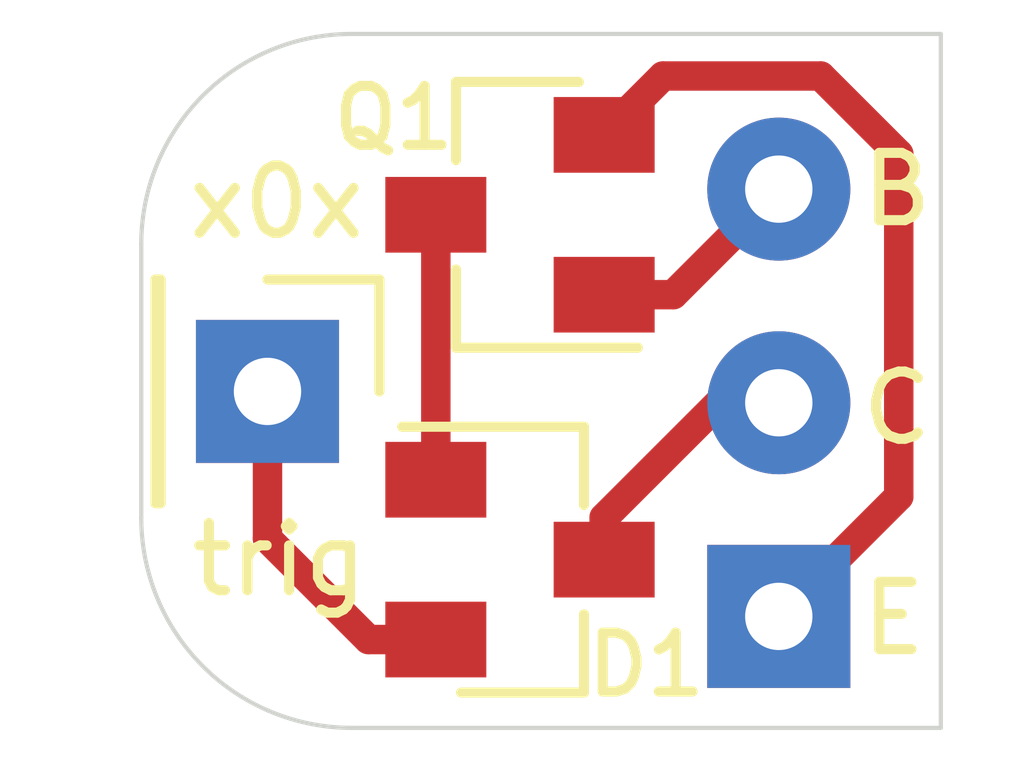
<source format=kicad_pcb>
(kicad_pcb (version 20241229) (generator "pcbnew") (generator_version "9.0")
  (layers (0 "F.Cu" signal) (2 "B.Cu" signal) (13 "F.Paste" user) (15 "B.Paste" user) (5 "F.SilkS" user) (7 "B.SilkS" user) (1 "F.Mask" user) (3 "B.Mask" user) (25 "Edge.Cuts" user))
  (net 0 "")
  (net 1 "Net-(D1-Pad3)")
  (net 2 "Net-(D1-Pad2)")
  (net 3 "Net-(D1-Pad1)")
  (net 4 "Net-(J1-Pad1)")
  (net 5 "Net-(J1-Pad3)")
  (footprint "Package_TO_SOT_SMD:SOT-23" (layer "F.Cu") (at 170 135.9 180)
    (property "Reference" "Q1" (at 1.5 1.15 0) (layer "F.SilkS") (effects (font (size 0.7 0.7) (thickness 0.12))))
    (property "Value" "BC807")
    (fp_line (start 0.76 1.58) (end 0.76 0.65) (stroke (width 0.12)) (layer "F.SilkS"))
    (fp_line (start 0.76 1.58) (end -0.7 1.58) (stroke (width 0.12)) (layer "F.SilkS"))
    (fp_line (start 0.76 -1.58) (end 0.76 -0.65) (stroke (width 0.12)) (layer "F.SilkS"))
    (fp_line (start 0.76 -1.58) (end -1.4 -1.58) (stroke (width 0.12)) (layer "F.SilkS"))
    (pad "1" smd rect (at -1 -0.95 180) (size 1.2 0.9) (layers "F.Cu" "F.Mask" "F.Paste") (net 5 "Net-(J1-Pad3)"))
    (pad "2" smd rect (at -1 0.95 180) (size 1.2 0.9) (layers "F.Cu" "F.Mask" "F.Paste") (net 4 "Net-(J1-Pad1)"))
    (pad "3" smd rect (at 1 0 180) (size 1.2 0.9) (layers "F.Cu" "F.Mask" "F.Paste") (net 3 "Net-(D1-Pad1)"))
  )
  (footprint "Connector_PinHeader_2.54mm:PinHeader_1x03_P2.54mm_Vertical" (layer "F.Cu") (at 173.074999 140.674999 180)
    (property "Reference" "J1" (hide yes))
    (property "Value" "trig PNP")
    (pad "1" thru_hole rect (at 0 0 180) (size 1.7 1.7) (drill 0.8) (layers "*.Cu" "*.Mask") (net 4 "Net-(J1-Pad1)"))
    (pad "2" thru_hole oval (at 0 2.54 180) (size 1.7 1.7) (drill 0.8) (layers "*.Cu" "*.Mask") (net 1 "Net-(D1-Pad3)"))
    (pad "3" thru_hole oval (at 0 5.08 180) (size 1.7 1.7) (drill 0.8) (layers "*.Cu" "*.Mask") (net 5 "Net-(J1-Pad3)"))
  )
  (footprint "Connector_PinHeader_2.54mm:PinHeader_1x01_P2.54mm_Vertical" (layer "F.Cu") (at 167 138 -90)
    (property "Reference" "J2" (hide yes))
    (property "Value" "ext trig")
    (fp_line (start -1.33 1.33) (end 1.33 1.33) (stroke (width 0.12)) (layer "F.SilkS"))
    (fp_line (start -1.33 1.27) (end -1.33 1.33) (stroke (width 0.12)) (layer "F.SilkS"))
    (fp_line (start -1.33 1.27) (end 1.33 1.27) (stroke (width 0.12)) (layer "F.SilkS"))
    (fp_line (start 1.33 1.27) (end 1.33 1.33) (stroke (width 0.12)) (layer "F.SilkS"))
    (fp_line (start -1.33 0) (end -1.33 -1.33) (stroke (width 0.12)) (layer "F.SilkS"))
    (fp_line (start -1.33 -1.33) (end 0 -1.33) (stroke (width 0.12)) (layer "F.SilkS"))
    (pad "1" thru_hole rect (at 0 0 270) (size 1.7 1.7) (drill 0.8) (layers "*.Cu" "*.Mask") (net 2 "Net-(D1-Pad2)"))
  )
  (footprint "Package_TO_SOT_SMD:SOT-23" (layer "F.Cu") (at 170 140)
    (property "Reference" "D1" (at 1.5 1.25 180) (layer "F.SilkS") (effects (font (size 0.7 0.7) (thickness 0.12))))
    (property "Value" "BAT54C" (hide yes))
    (fp_line (start 0.76 -1.58) (end -1.4 -1.58) (stroke (width 0.12)) (layer "F.SilkS"))
    (fp_line (start 0.76 -1.58) (end 0.76 -0.65) (stroke (width 0.12)) (layer "F.SilkS"))
    (fp_line (start 0.76 1.58) (end -0.7 1.58) (stroke (width 0.12)) (layer "F.SilkS"))
    (fp_line (start 0.76 1.58) (end 0.76 0.65) (stroke (width 0.12)) (layer "F.SilkS"))
    (pad "1" smd rect (at -1 -0.95) (size 1.2 0.9) (layers "F.Cu" "F.Mask" "F.Paste") (net 3 "Net-(D1-Pad1)"))
    (pad "2" smd rect (at -1 0.95) (size 1.2 0.9) (layers "F.Cu" "F.Mask" "F.Paste") (net 2 "Net-(D1-Pad2)"))
    (pad "3" smd rect (at 1 0) (size 1.2 0.9) (layers "F.Cu" "F.Mask" "F.Paste") (net 1 "Net-(D1-Pad3)"))
  )
  (gr_line (start 168 142) (end 175 142) (stroke (width 0.05)) (layer "Edge.Cuts"))
  (gr_line (start 175 133.75) (end 175 142) (stroke (width 0.05)) (layer "Edge.Cuts"))
  (gr_line (start 165.5 136.25) (end 165.5 139.5) (stroke (width 0.05)) (layer "Edge.Cuts"))
  (gr_arc (start 168 142) (mid 166.232233 141.267767) (end 165.5 139.5) (stroke (width 0.05)) (layer "Edge.Cuts"))
  (gr_line (start 168 133.75) (end 175 133.75) (stroke (width 0.05)) (layer "Edge.Cuts"))
  (gr_arc (start 165.5 136.25) (mid 166.232233 134.482233) (end 168 133.75) (stroke (width 0.05)) (layer "Edge.Cuts"))
  (gr_text "trig" (at 168.25 140 0) (layer "F.SilkS") (effects (font (size 0.8 0.8) (thickness 0.12)) (justify right)))
  (gr_text "E" (at 174 140.7 0) (layer "F.SilkS") (effects (font (size 0.8 0.8) (thickness 0.12)) (justify left)))
  (gr_text "C" (at 174 138.2 0) (layer "F.SilkS") (effects (font (size 0.8 0.8) (thickness 0.12)) (justify left)))
  (gr_text "B" (at 174 135.6 0) (layer "F.SilkS") (effects (font (size 0.8 0.8) (thickness 0.12)) (justify left)))
  (gr_text "x0x" (at 166 135.75 0) (layer "F.SilkS") (effects (font (size 0.8 0.8) (thickness 0.12)) (justify left)))
  (segment (start 171 139.5) (end 171 140) (width 0.35) (layer "F.Cu") (net 1))
  (segment (start 173.074999 138.134999) (end 172.365001 138.134999) (width 0.35) (layer "F.Cu") (net 1))
  (segment (start 172.365001 138.134999) (end 171 139.5) (width 0.35) (layer "F.Cu") (net 1))
  (segment (start 167 138) (end 167 139.75) (width 0.35) (layer "F.Cu") (net 2))
  (segment (start 168.2 140.95) (end 168.55 140.95) (width 0.35) (layer "F.Cu") (net 2))
  (segment (start 167 139.75) (end 168.2 140.95) (width 0.35) (layer "F.Cu") (net 2))
  (segment (start 169 135.9) (end 169 139.05) (width 0.35) (layer "F.Cu") (net 3))
  (segment (start 173.074999 140.674999) (end 174.5 139.249998) (width 0.35) (layer "F.Cu") (net 4))
  (segment (start 173.572501 134.25) (end 171.7 134.25) (width 0.35) (layer "F.Cu") (net 4))
  (segment (start 174.5 135.177499) (end 173.572501 134.25) (width 0.35) (layer "F.Cu") (net 4))
  (segment (start 174.5 139.249998) (end 174.5 135.177499) (width 0.35) (layer "F.Cu") (net 4))
  (segment (start 171.7 134.25) (end 171 134.95) (width 0.35) (layer "F.Cu") (net 4))
  (segment (start 173.074999 135.594999) (end 171.819998 136.85) (width 0.35) (layer "F.Cu") (net 5))
  (segment (start 171.819998 136.85) (end 171 136.85) (width 0.35) (layer "F.Cu") (net 5))
)
</source>
